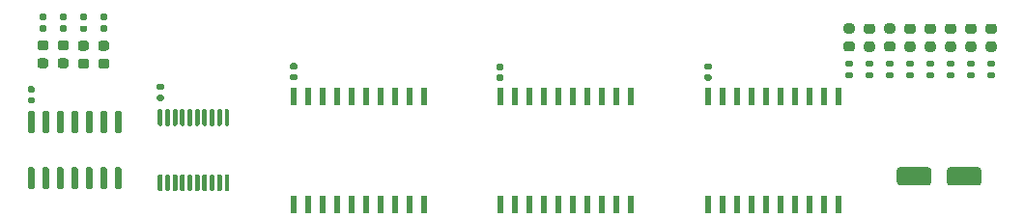
<source format=gbr>
%TF.GenerationSoftware,KiCad,Pcbnew,(5.1.10-1-10_14)*%
%TF.CreationDate,2021-09-10T00:22:32-04:00*%
%TF.ProjectId,smd-register-array,736d642d-7265-4676-9973-7465722d6172,rev?*%
%TF.SameCoordinates,Original*%
%TF.FileFunction,Paste,Top*%
%TF.FilePolarity,Positive*%
%FSLAX46Y46*%
G04 Gerber Fmt 4.6, Leading zero omitted, Abs format (unit mm)*
G04 Created by KiCad (PCBNEW (5.1.10-1-10_14)) date 2021-09-10 00:22:32*
%MOMM*%
%LPD*%
G01*
G04 APERTURE LIST*
%ADD10R,0.600000X1.500000*%
G04 APERTURE END LIST*
%TO.C,C6*%
G36*
G01*
X122282000Y-75958000D02*
X121942000Y-75958000D01*
G75*
G02*
X121802000Y-75818000I0J140000D01*
G01*
X121802000Y-75538000D01*
G75*
G02*
X121942000Y-75398000I140000J0D01*
G01*
X122282000Y-75398000D01*
G75*
G02*
X122422000Y-75538000I0J-140000D01*
G01*
X122422000Y-75818000D01*
G75*
G02*
X122282000Y-75958000I-140000J0D01*
G01*
G37*
G36*
G01*
X122282000Y-76918000D02*
X121942000Y-76918000D01*
G75*
G02*
X121802000Y-76778000I0J140000D01*
G01*
X121802000Y-76498000D01*
G75*
G02*
X121942000Y-76358000I140000J0D01*
G01*
X122282000Y-76358000D01*
G75*
G02*
X122422000Y-76498000I0J-140000D01*
G01*
X122422000Y-76778000D01*
G75*
G02*
X122282000Y-76918000I-140000J0D01*
G01*
G37*
%TD*%
D10*
%TO.C,U5*%
X181421000Y-76262000D03*
X182691000Y-76262000D03*
X183961000Y-76262000D03*
X185231000Y-76262000D03*
X186501000Y-76262000D03*
X187771000Y-76262000D03*
X189041000Y-76262000D03*
X190311000Y-76262000D03*
X191581000Y-76262000D03*
X192851000Y-76262000D03*
X192851000Y-85762000D03*
X191581000Y-85762000D03*
X190311000Y-85762000D03*
X189041000Y-85762000D03*
X181421000Y-85762000D03*
X182691000Y-85762000D03*
X183961000Y-85762000D03*
X185231000Y-85762000D03*
X186501000Y-85762000D03*
X187771000Y-85762000D03*
%TD*%
%TO.C,U4*%
X163190600Y-76262000D03*
X164460600Y-76262000D03*
X165730600Y-76262000D03*
X167000600Y-76262000D03*
X168270600Y-76262000D03*
X169540600Y-76262000D03*
X170810600Y-76262000D03*
X172080600Y-76262000D03*
X173350600Y-76262000D03*
X174620600Y-76262000D03*
X174620600Y-85762000D03*
X173350600Y-85762000D03*
X172080600Y-85762000D03*
X170810600Y-85762000D03*
X163190600Y-85762000D03*
X164460600Y-85762000D03*
X165730600Y-85762000D03*
X167000600Y-85762000D03*
X168270600Y-85762000D03*
X169540600Y-85762000D03*
%TD*%
%TO.C,U3*%
X145099000Y-76262000D03*
X146369000Y-76262000D03*
X147639000Y-76262000D03*
X148909000Y-76262000D03*
X150179000Y-76262000D03*
X151449000Y-76262000D03*
X152719000Y-76262000D03*
X153989000Y-76262000D03*
X155259000Y-76262000D03*
X156529000Y-76262000D03*
X156529000Y-85762000D03*
X155259000Y-85762000D03*
X153989000Y-85762000D03*
X152719000Y-85762000D03*
X145099000Y-85762000D03*
X146369000Y-85762000D03*
X147639000Y-85762000D03*
X148909000Y-85762000D03*
X150179000Y-85762000D03*
X151449000Y-85762000D03*
%TD*%
%TO.C,U2*%
G36*
G01*
X133511000Y-78887000D02*
X133311000Y-78887000D01*
G75*
G02*
X133211000Y-78787000I0J100000D01*
G01*
X133211000Y-77512000D01*
G75*
G02*
X133311000Y-77412000I100000J0D01*
G01*
X133511000Y-77412000D01*
G75*
G02*
X133611000Y-77512000I0J-100000D01*
G01*
X133611000Y-78787000D01*
G75*
G02*
X133511000Y-78887000I-100000J0D01*
G01*
G37*
G36*
G01*
X134161000Y-78887000D02*
X133961000Y-78887000D01*
G75*
G02*
X133861000Y-78787000I0J100000D01*
G01*
X133861000Y-77512000D01*
G75*
G02*
X133961000Y-77412000I100000J0D01*
G01*
X134161000Y-77412000D01*
G75*
G02*
X134261000Y-77512000I0J-100000D01*
G01*
X134261000Y-78787000D01*
G75*
G02*
X134161000Y-78887000I-100000J0D01*
G01*
G37*
G36*
G01*
X134811000Y-78887000D02*
X134611000Y-78887000D01*
G75*
G02*
X134511000Y-78787000I0J100000D01*
G01*
X134511000Y-77512000D01*
G75*
G02*
X134611000Y-77412000I100000J0D01*
G01*
X134811000Y-77412000D01*
G75*
G02*
X134911000Y-77512000I0J-100000D01*
G01*
X134911000Y-78787000D01*
G75*
G02*
X134811000Y-78887000I-100000J0D01*
G01*
G37*
G36*
G01*
X135461000Y-78887000D02*
X135261000Y-78887000D01*
G75*
G02*
X135161000Y-78787000I0J100000D01*
G01*
X135161000Y-77512000D01*
G75*
G02*
X135261000Y-77412000I100000J0D01*
G01*
X135461000Y-77412000D01*
G75*
G02*
X135561000Y-77512000I0J-100000D01*
G01*
X135561000Y-78787000D01*
G75*
G02*
X135461000Y-78887000I-100000J0D01*
G01*
G37*
G36*
G01*
X136111000Y-78887000D02*
X135911000Y-78887000D01*
G75*
G02*
X135811000Y-78787000I0J100000D01*
G01*
X135811000Y-77512000D01*
G75*
G02*
X135911000Y-77412000I100000J0D01*
G01*
X136111000Y-77412000D01*
G75*
G02*
X136211000Y-77512000I0J-100000D01*
G01*
X136211000Y-78787000D01*
G75*
G02*
X136111000Y-78887000I-100000J0D01*
G01*
G37*
G36*
G01*
X136761000Y-78887000D02*
X136561000Y-78887000D01*
G75*
G02*
X136461000Y-78787000I0J100000D01*
G01*
X136461000Y-77512000D01*
G75*
G02*
X136561000Y-77412000I100000J0D01*
G01*
X136761000Y-77412000D01*
G75*
G02*
X136861000Y-77512000I0J-100000D01*
G01*
X136861000Y-78787000D01*
G75*
G02*
X136761000Y-78887000I-100000J0D01*
G01*
G37*
G36*
G01*
X137411000Y-78887000D02*
X137211000Y-78887000D01*
G75*
G02*
X137111000Y-78787000I0J100000D01*
G01*
X137111000Y-77512000D01*
G75*
G02*
X137211000Y-77412000I100000J0D01*
G01*
X137411000Y-77412000D01*
G75*
G02*
X137511000Y-77512000I0J-100000D01*
G01*
X137511000Y-78787000D01*
G75*
G02*
X137411000Y-78887000I-100000J0D01*
G01*
G37*
G36*
G01*
X138061000Y-78887000D02*
X137861000Y-78887000D01*
G75*
G02*
X137761000Y-78787000I0J100000D01*
G01*
X137761000Y-77512000D01*
G75*
G02*
X137861000Y-77412000I100000J0D01*
G01*
X138061000Y-77412000D01*
G75*
G02*
X138161000Y-77512000I0J-100000D01*
G01*
X138161000Y-78787000D01*
G75*
G02*
X138061000Y-78887000I-100000J0D01*
G01*
G37*
G36*
G01*
X138711000Y-78887000D02*
X138511000Y-78887000D01*
G75*
G02*
X138411000Y-78787000I0J100000D01*
G01*
X138411000Y-77512000D01*
G75*
G02*
X138511000Y-77412000I100000J0D01*
G01*
X138711000Y-77412000D01*
G75*
G02*
X138811000Y-77512000I0J-100000D01*
G01*
X138811000Y-78787000D01*
G75*
G02*
X138711000Y-78887000I-100000J0D01*
G01*
G37*
G36*
G01*
X139361000Y-78887000D02*
X139161000Y-78887000D01*
G75*
G02*
X139061000Y-78787000I0J100000D01*
G01*
X139061000Y-77512000D01*
G75*
G02*
X139161000Y-77412000I100000J0D01*
G01*
X139361000Y-77412000D01*
G75*
G02*
X139461000Y-77512000I0J-100000D01*
G01*
X139461000Y-78787000D01*
G75*
G02*
X139361000Y-78887000I-100000J0D01*
G01*
G37*
G36*
G01*
X139361000Y-84612000D02*
X139161000Y-84612000D01*
G75*
G02*
X139061000Y-84512000I0J100000D01*
G01*
X139061000Y-83237000D01*
G75*
G02*
X139161000Y-83137000I100000J0D01*
G01*
X139361000Y-83137000D01*
G75*
G02*
X139461000Y-83237000I0J-100000D01*
G01*
X139461000Y-84512000D01*
G75*
G02*
X139361000Y-84612000I-100000J0D01*
G01*
G37*
G36*
G01*
X138711000Y-84612000D02*
X138511000Y-84612000D01*
G75*
G02*
X138411000Y-84512000I0J100000D01*
G01*
X138411000Y-83237000D01*
G75*
G02*
X138511000Y-83137000I100000J0D01*
G01*
X138711000Y-83137000D01*
G75*
G02*
X138811000Y-83237000I0J-100000D01*
G01*
X138811000Y-84512000D01*
G75*
G02*
X138711000Y-84612000I-100000J0D01*
G01*
G37*
G36*
G01*
X138061000Y-84612000D02*
X137861000Y-84612000D01*
G75*
G02*
X137761000Y-84512000I0J100000D01*
G01*
X137761000Y-83237000D01*
G75*
G02*
X137861000Y-83137000I100000J0D01*
G01*
X138061000Y-83137000D01*
G75*
G02*
X138161000Y-83237000I0J-100000D01*
G01*
X138161000Y-84512000D01*
G75*
G02*
X138061000Y-84612000I-100000J0D01*
G01*
G37*
G36*
G01*
X137411000Y-84612000D02*
X137211000Y-84612000D01*
G75*
G02*
X137111000Y-84512000I0J100000D01*
G01*
X137111000Y-83237000D01*
G75*
G02*
X137211000Y-83137000I100000J0D01*
G01*
X137411000Y-83137000D01*
G75*
G02*
X137511000Y-83237000I0J-100000D01*
G01*
X137511000Y-84512000D01*
G75*
G02*
X137411000Y-84612000I-100000J0D01*
G01*
G37*
G36*
G01*
X136761000Y-84612000D02*
X136561000Y-84612000D01*
G75*
G02*
X136461000Y-84512000I0J100000D01*
G01*
X136461000Y-83237000D01*
G75*
G02*
X136561000Y-83137000I100000J0D01*
G01*
X136761000Y-83137000D01*
G75*
G02*
X136861000Y-83237000I0J-100000D01*
G01*
X136861000Y-84512000D01*
G75*
G02*
X136761000Y-84612000I-100000J0D01*
G01*
G37*
G36*
G01*
X136111000Y-84612000D02*
X135911000Y-84612000D01*
G75*
G02*
X135811000Y-84512000I0J100000D01*
G01*
X135811000Y-83237000D01*
G75*
G02*
X135911000Y-83137000I100000J0D01*
G01*
X136111000Y-83137000D01*
G75*
G02*
X136211000Y-83237000I0J-100000D01*
G01*
X136211000Y-84512000D01*
G75*
G02*
X136111000Y-84612000I-100000J0D01*
G01*
G37*
G36*
G01*
X135461000Y-84612000D02*
X135261000Y-84612000D01*
G75*
G02*
X135161000Y-84512000I0J100000D01*
G01*
X135161000Y-83237000D01*
G75*
G02*
X135261000Y-83137000I100000J0D01*
G01*
X135461000Y-83137000D01*
G75*
G02*
X135561000Y-83237000I0J-100000D01*
G01*
X135561000Y-84512000D01*
G75*
G02*
X135461000Y-84612000I-100000J0D01*
G01*
G37*
G36*
G01*
X134811000Y-84612000D02*
X134611000Y-84612000D01*
G75*
G02*
X134511000Y-84512000I0J100000D01*
G01*
X134511000Y-83237000D01*
G75*
G02*
X134611000Y-83137000I100000J0D01*
G01*
X134811000Y-83137000D01*
G75*
G02*
X134911000Y-83237000I0J-100000D01*
G01*
X134911000Y-84512000D01*
G75*
G02*
X134811000Y-84612000I-100000J0D01*
G01*
G37*
G36*
G01*
X134161000Y-84612000D02*
X133961000Y-84612000D01*
G75*
G02*
X133861000Y-84512000I0J100000D01*
G01*
X133861000Y-83237000D01*
G75*
G02*
X133961000Y-83137000I100000J0D01*
G01*
X134161000Y-83137000D01*
G75*
G02*
X134261000Y-83237000I0J-100000D01*
G01*
X134261000Y-84512000D01*
G75*
G02*
X134161000Y-84612000I-100000J0D01*
G01*
G37*
G36*
G01*
X133511000Y-84612000D02*
X133311000Y-84612000D01*
G75*
G02*
X133211000Y-84512000I0J100000D01*
G01*
X133211000Y-83237000D01*
G75*
G02*
X133311000Y-83137000I100000J0D01*
G01*
X133511000Y-83137000D01*
G75*
G02*
X133611000Y-83237000I0J-100000D01*
G01*
X133611000Y-84512000D01*
G75*
G02*
X133511000Y-84612000I-100000J0D01*
G01*
G37*
%TD*%
%TO.C,U1*%
G36*
G01*
X122262000Y-79512000D02*
X121962000Y-79512000D01*
G75*
G02*
X121812000Y-79362000I0J150000D01*
G01*
X121812000Y-77712000D01*
G75*
G02*
X121962000Y-77562000I150000J0D01*
G01*
X122262000Y-77562000D01*
G75*
G02*
X122412000Y-77712000I0J-150000D01*
G01*
X122412000Y-79362000D01*
G75*
G02*
X122262000Y-79512000I-150000J0D01*
G01*
G37*
G36*
G01*
X123532000Y-79512000D02*
X123232000Y-79512000D01*
G75*
G02*
X123082000Y-79362000I0J150000D01*
G01*
X123082000Y-77712000D01*
G75*
G02*
X123232000Y-77562000I150000J0D01*
G01*
X123532000Y-77562000D01*
G75*
G02*
X123682000Y-77712000I0J-150000D01*
G01*
X123682000Y-79362000D01*
G75*
G02*
X123532000Y-79512000I-150000J0D01*
G01*
G37*
G36*
G01*
X124802000Y-79512000D02*
X124502000Y-79512000D01*
G75*
G02*
X124352000Y-79362000I0J150000D01*
G01*
X124352000Y-77712000D01*
G75*
G02*
X124502000Y-77562000I150000J0D01*
G01*
X124802000Y-77562000D01*
G75*
G02*
X124952000Y-77712000I0J-150000D01*
G01*
X124952000Y-79362000D01*
G75*
G02*
X124802000Y-79512000I-150000J0D01*
G01*
G37*
G36*
G01*
X126072000Y-79512000D02*
X125772000Y-79512000D01*
G75*
G02*
X125622000Y-79362000I0J150000D01*
G01*
X125622000Y-77712000D01*
G75*
G02*
X125772000Y-77562000I150000J0D01*
G01*
X126072000Y-77562000D01*
G75*
G02*
X126222000Y-77712000I0J-150000D01*
G01*
X126222000Y-79362000D01*
G75*
G02*
X126072000Y-79512000I-150000J0D01*
G01*
G37*
G36*
G01*
X127342000Y-79512000D02*
X127042000Y-79512000D01*
G75*
G02*
X126892000Y-79362000I0J150000D01*
G01*
X126892000Y-77712000D01*
G75*
G02*
X127042000Y-77562000I150000J0D01*
G01*
X127342000Y-77562000D01*
G75*
G02*
X127492000Y-77712000I0J-150000D01*
G01*
X127492000Y-79362000D01*
G75*
G02*
X127342000Y-79512000I-150000J0D01*
G01*
G37*
G36*
G01*
X128612000Y-79512000D02*
X128312000Y-79512000D01*
G75*
G02*
X128162000Y-79362000I0J150000D01*
G01*
X128162000Y-77712000D01*
G75*
G02*
X128312000Y-77562000I150000J0D01*
G01*
X128612000Y-77562000D01*
G75*
G02*
X128762000Y-77712000I0J-150000D01*
G01*
X128762000Y-79362000D01*
G75*
G02*
X128612000Y-79512000I-150000J0D01*
G01*
G37*
G36*
G01*
X129882000Y-79512000D02*
X129582000Y-79512000D01*
G75*
G02*
X129432000Y-79362000I0J150000D01*
G01*
X129432000Y-77712000D01*
G75*
G02*
X129582000Y-77562000I150000J0D01*
G01*
X129882000Y-77562000D01*
G75*
G02*
X130032000Y-77712000I0J-150000D01*
G01*
X130032000Y-79362000D01*
G75*
G02*
X129882000Y-79512000I-150000J0D01*
G01*
G37*
G36*
G01*
X129882000Y-84462000D02*
X129582000Y-84462000D01*
G75*
G02*
X129432000Y-84312000I0J150000D01*
G01*
X129432000Y-82662000D01*
G75*
G02*
X129582000Y-82512000I150000J0D01*
G01*
X129882000Y-82512000D01*
G75*
G02*
X130032000Y-82662000I0J-150000D01*
G01*
X130032000Y-84312000D01*
G75*
G02*
X129882000Y-84462000I-150000J0D01*
G01*
G37*
G36*
G01*
X128612000Y-84462000D02*
X128312000Y-84462000D01*
G75*
G02*
X128162000Y-84312000I0J150000D01*
G01*
X128162000Y-82662000D01*
G75*
G02*
X128312000Y-82512000I150000J0D01*
G01*
X128612000Y-82512000D01*
G75*
G02*
X128762000Y-82662000I0J-150000D01*
G01*
X128762000Y-84312000D01*
G75*
G02*
X128612000Y-84462000I-150000J0D01*
G01*
G37*
G36*
G01*
X127342000Y-84462000D02*
X127042000Y-84462000D01*
G75*
G02*
X126892000Y-84312000I0J150000D01*
G01*
X126892000Y-82662000D01*
G75*
G02*
X127042000Y-82512000I150000J0D01*
G01*
X127342000Y-82512000D01*
G75*
G02*
X127492000Y-82662000I0J-150000D01*
G01*
X127492000Y-84312000D01*
G75*
G02*
X127342000Y-84462000I-150000J0D01*
G01*
G37*
G36*
G01*
X126072000Y-84462000D02*
X125772000Y-84462000D01*
G75*
G02*
X125622000Y-84312000I0J150000D01*
G01*
X125622000Y-82662000D01*
G75*
G02*
X125772000Y-82512000I150000J0D01*
G01*
X126072000Y-82512000D01*
G75*
G02*
X126222000Y-82662000I0J-150000D01*
G01*
X126222000Y-84312000D01*
G75*
G02*
X126072000Y-84462000I-150000J0D01*
G01*
G37*
G36*
G01*
X124802000Y-84462000D02*
X124502000Y-84462000D01*
G75*
G02*
X124352000Y-84312000I0J150000D01*
G01*
X124352000Y-82662000D01*
G75*
G02*
X124502000Y-82512000I150000J0D01*
G01*
X124802000Y-82512000D01*
G75*
G02*
X124952000Y-82662000I0J-150000D01*
G01*
X124952000Y-84312000D01*
G75*
G02*
X124802000Y-84462000I-150000J0D01*
G01*
G37*
G36*
G01*
X123532000Y-84462000D02*
X123232000Y-84462000D01*
G75*
G02*
X123082000Y-84312000I0J150000D01*
G01*
X123082000Y-82662000D01*
G75*
G02*
X123232000Y-82512000I150000J0D01*
G01*
X123532000Y-82512000D01*
G75*
G02*
X123682000Y-82662000I0J-150000D01*
G01*
X123682000Y-84312000D01*
G75*
G02*
X123532000Y-84462000I-150000J0D01*
G01*
G37*
G36*
G01*
X122262000Y-84462000D02*
X121962000Y-84462000D01*
G75*
G02*
X121812000Y-84312000I0J150000D01*
G01*
X121812000Y-82662000D01*
G75*
G02*
X121962000Y-82512000I150000J0D01*
G01*
X122262000Y-82512000D01*
G75*
G02*
X122412000Y-82662000I0J-150000D01*
G01*
X122412000Y-84312000D01*
G75*
G02*
X122262000Y-84462000I-150000J0D01*
G01*
G37*
%TD*%
%TO.C,R12*%
G36*
G01*
X123313000Y-69594000D02*
X122943000Y-69594000D01*
G75*
G02*
X122808000Y-69459000I0J135000D01*
G01*
X122808000Y-69189000D01*
G75*
G02*
X122943000Y-69054000I135000J0D01*
G01*
X123313000Y-69054000D01*
G75*
G02*
X123448000Y-69189000I0J-135000D01*
G01*
X123448000Y-69459000D01*
G75*
G02*
X123313000Y-69594000I-135000J0D01*
G01*
G37*
G36*
G01*
X123313000Y-70614000D02*
X122943000Y-70614000D01*
G75*
G02*
X122808000Y-70479000I0J135000D01*
G01*
X122808000Y-70209000D01*
G75*
G02*
X122943000Y-70074000I135000J0D01*
G01*
X123313000Y-70074000D01*
G75*
G02*
X123448000Y-70209000I0J-135000D01*
G01*
X123448000Y-70479000D01*
G75*
G02*
X123313000Y-70614000I-135000J0D01*
G01*
G37*
%TD*%
%TO.C,R11*%
G36*
G01*
X125091000Y-69594000D02*
X124721000Y-69594000D01*
G75*
G02*
X124586000Y-69459000I0J135000D01*
G01*
X124586000Y-69189000D01*
G75*
G02*
X124721000Y-69054000I135000J0D01*
G01*
X125091000Y-69054000D01*
G75*
G02*
X125226000Y-69189000I0J-135000D01*
G01*
X125226000Y-69459000D01*
G75*
G02*
X125091000Y-69594000I-135000J0D01*
G01*
G37*
G36*
G01*
X125091000Y-70614000D02*
X124721000Y-70614000D01*
G75*
G02*
X124586000Y-70479000I0J135000D01*
G01*
X124586000Y-70209000D01*
G75*
G02*
X124721000Y-70074000I135000J0D01*
G01*
X125091000Y-70074000D01*
G75*
G02*
X125226000Y-70209000I0J-135000D01*
G01*
X125226000Y-70479000D01*
G75*
G02*
X125091000Y-70614000I-135000J0D01*
G01*
G37*
%TD*%
%TO.C,R10*%
G36*
G01*
X126869000Y-69598000D02*
X126499000Y-69598000D01*
G75*
G02*
X126364000Y-69463000I0J135000D01*
G01*
X126364000Y-69193000D01*
G75*
G02*
X126499000Y-69058000I135000J0D01*
G01*
X126869000Y-69058000D01*
G75*
G02*
X127004000Y-69193000I0J-135000D01*
G01*
X127004000Y-69463000D01*
G75*
G02*
X126869000Y-69598000I-135000J0D01*
G01*
G37*
G36*
G01*
X126869000Y-70618000D02*
X126499000Y-70618000D01*
G75*
G02*
X126364000Y-70483000I0J135000D01*
G01*
X126364000Y-70213000D01*
G75*
G02*
X126499000Y-70078000I135000J0D01*
G01*
X126869000Y-70078000D01*
G75*
G02*
X127004000Y-70213000I0J-135000D01*
G01*
X127004000Y-70483000D01*
G75*
G02*
X126869000Y-70618000I-135000J0D01*
G01*
G37*
%TD*%
%TO.C,R9*%
G36*
G01*
X128647000Y-69596000D02*
X128277000Y-69596000D01*
G75*
G02*
X128142000Y-69461000I0J135000D01*
G01*
X128142000Y-69191000D01*
G75*
G02*
X128277000Y-69056000I135000J0D01*
G01*
X128647000Y-69056000D01*
G75*
G02*
X128782000Y-69191000I0J-135000D01*
G01*
X128782000Y-69461000D01*
G75*
G02*
X128647000Y-69596000I-135000J0D01*
G01*
G37*
G36*
G01*
X128647000Y-70616000D02*
X128277000Y-70616000D01*
G75*
G02*
X128142000Y-70481000I0J135000D01*
G01*
X128142000Y-70211000D01*
G75*
G02*
X128277000Y-70076000I135000J0D01*
G01*
X128647000Y-70076000D01*
G75*
G02*
X128782000Y-70211000I0J-135000D01*
G01*
X128782000Y-70481000D01*
G75*
G02*
X128647000Y-70616000I-135000J0D01*
G01*
G37*
%TD*%
%TO.C,R8*%
G36*
G01*
X193611000Y-74154000D02*
X193981000Y-74154000D01*
G75*
G02*
X194116000Y-74289000I0J-135000D01*
G01*
X194116000Y-74559000D01*
G75*
G02*
X193981000Y-74694000I-135000J0D01*
G01*
X193611000Y-74694000D01*
G75*
G02*
X193476000Y-74559000I0J135000D01*
G01*
X193476000Y-74289000D01*
G75*
G02*
X193611000Y-74154000I135000J0D01*
G01*
G37*
G36*
G01*
X193611000Y-73134000D02*
X193981000Y-73134000D01*
G75*
G02*
X194116000Y-73269000I0J-135000D01*
G01*
X194116000Y-73539000D01*
G75*
G02*
X193981000Y-73674000I-135000J0D01*
G01*
X193611000Y-73674000D01*
G75*
G02*
X193476000Y-73539000I0J135000D01*
G01*
X193476000Y-73269000D01*
G75*
G02*
X193611000Y-73134000I135000J0D01*
G01*
G37*
%TD*%
%TO.C,R7*%
G36*
G01*
X195389000Y-74154000D02*
X195759000Y-74154000D01*
G75*
G02*
X195894000Y-74289000I0J-135000D01*
G01*
X195894000Y-74559000D01*
G75*
G02*
X195759000Y-74694000I-135000J0D01*
G01*
X195389000Y-74694000D01*
G75*
G02*
X195254000Y-74559000I0J135000D01*
G01*
X195254000Y-74289000D01*
G75*
G02*
X195389000Y-74154000I135000J0D01*
G01*
G37*
G36*
G01*
X195389000Y-73134000D02*
X195759000Y-73134000D01*
G75*
G02*
X195894000Y-73269000I0J-135000D01*
G01*
X195894000Y-73539000D01*
G75*
G02*
X195759000Y-73674000I-135000J0D01*
G01*
X195389000Y-73674000D01*
G75*
G02*
X195254000Y-73539000I0J135000D01*
G01*
X195254000Y-73269000D01*
G75*
G02*
X195389000Y-73134000I135000J0D01*
G01*
G37*
%TD*%
%TO.C,R6*%
G36*
G01*
X197167000Y-74154000D02*
X197537000Y-74154000D01*
G75*
G02*
X197672000Y-74289000I0J-135000D01*
G01*
X197672000Y-74559000D01*
G75*
G02*
X197537000Y-74694000I-135000J0D01*
G01*
X197167000Y-74694000D01*
G75*
G02*
X197032000Y-74559000I0J135000D01*
G01*
X197032000Y-74289000D01*
G75*
G02*
X197167000Y-74154000I135000J0D01*
G01*
G37*
G36*
G01*
X197167000Y-73134000D02*
X197537000Y-73134000D01*
G75*
G02*
X197672000Y-73269000I0J-135000D01*
G01*
X197672000Y-73539000D01*
G75*
G02*
X197537000Y-73674000I-135000J0D01*
G01*
X197167000Y-73674000D01*
G75*
G02*
X197032000Y-73539000I0J135000D01*
G01*
X197032000Y-73269000D01*
G75*
G02*
X197167000Y-73134000I135000J0D01*
G01*
G37*
%TD*%
%TO.C,R5*%
G36*
G01*
X198945000Y-74152000D02*
X199315000Y-74152000D01*
G75*
G02*
X199450000Y-74287000I0J-135000D01*
G01*
X199450000Y-74557000D01*
G75*
G02*
X199315000Y-74692000I-135000J0D01*
G01*
X198945000Y-74692000D01*
G75*
G02*
X198810000Y-74557000I0J135000D01*
G01*
X198810000Y-74287000D01*
G75*
G02*
X198945000Y-74152000I135000J0D01*
G01*
G37*
G36*
G01*
X198945000Y-73132000D02*
X199315000Y-73132000D01*
G75*
G02*
X199450000Y-73267000I0J-135000D01*
G01*
X199450000Y-73537000D01*
G75*
G02*
X199315000Y-73672000I-135000J0D01*
G01*
X198945000Y-73672000D01*
G75*
G02*
X198810000Y-73537000I0J135000D01*
G01*
X198810000Y-73267000D01*
G75*
G02*
X198945000Y-73132000I135000J0D01*
G01*
G37*
%TD*%
%TO.C,R4*%
G36*
G01*
X200723000Y-74156000D02*
X201093000Y-74156000D01*
G75*
G02*
X201228000Y-74291000I0J-135000D01*
G01*
X201228000Y-74561000D01*
G75*
G02*
X201093000Y-74696000I-135000J0D01*
G01*
X200723000Y-74696000D01*
G75*
G02*
X200588000Y-74561000I0J135000D01*
G01*
X200588000Y-74291000D01*
G75*
G02*
X200723000Y-74156000I135000J0D01*
G01*
G37*
G36*
G01*
X200723000Y-73136000D02*
X201093000Y-73136000D01*
G75*
G02*
X201228000Y-73271000I0J-135000D01*
G01*
X201228000Y-73541000D01*
G75*
G02*
X201093000Y-73676000I-135000J0D01*
G01*
X200723000Y-73676000D01*
G75*
G02*
X200588000Y-73541000I0J135000D01*
G01*
X200588000Y-73271000D01*
G75*
G02*
X200723000Y-73136000I135000J0D01*
G01*
G37*
%TD*%
%TO.C,R3*%
G36*
G01*
X202501000Y-74154000D02*
X202871000Y-74154000D01*
G75*
G02*
X203006000Y-74289000I0J-135000D01*
G01*
X203006000Y-74559000D01*
G75*
G02*
X202871000Y-74694000I-135000J0D01*
G01*
X202501000Y-74694000D01*
G75*
G02*
X202366000Y-74559000I0J135000D01*
G01*
X202366000Y-74289000D01*
G75*
G02*
X202501000Y-74154000I135000J0D01*
G01*
G37*
G36*
G01*
X202501000Y-73134000D02*
X202871000Y-73134000D01*
G75*
G02*
X203006000Y-73269000I0J-135000D01*
G01*
X203006000Y-73539000D01*
G75*
G02*
X202871000Y-73674000I-135000J0D01*
G01*
X202501000Y-73674000D01*
G75*
G02*
X202366000Y-73539000I0J135000D01*
G01*
X202366000Y-73269000D01*
G75*
G02*
X202501000Y-73134000I135000J0D01*
G01*
G37*
%TD*%
%TO.C,R2*%
G36*
G01*
X204279000Y-74154000D02*
X204649000Y-74154000D01*
G75*
G02*
X204784000Y-74289000I0J-135000D01*
G01*
X204784000Y-74559000D01*
G75*
G02*
X204649000Y-74694000I-135000J0D01*
G01*
X204279000Y-74694000D01*
G75*
G02*
X204144000Y-74559000I0J135000D01*
G01*
X204144000Y-74289000D01*
G75*
G02*
X204279000Y-74154000I135000J0D01*
G01*
G37*
G36*
G01*
X204279000Y-73134000D02*
X204649000Y-73134000D01*
G75*
G02*
X204784000Y-73269000I0J-135000D01*
G01*
X204784000Y-73539000D01*
G75*
G02*
X204649000Y-73674000I-135000J0D01*
G01*
X204279000Y-73674000D01*
G75*
G02*
X204144000Y-73539000I0J135000D01*
G01*
X204144000Y-73269000D01*
G75*
G02*
X204279000Y-73134000I135000J0D01*
G01*
G37*
%TD*%
%TO.C,R1*%
G36*
G01*
X206057000Y-74154000D02*
X206427000Y-74154000D01*
G75*
G02*
X206562000Y-74289000I0J-135000D01*
G01*
X206562000Y-74559000D01*
G75*
G02*
X206427000Y-74694000I-135000J0D01*
G01*
X206057000Y-74694000D01*
G75*
G02*
X205922000Y-74559000I0J135000D01*
G01*
X205922000Y-74289000D01*
G75*
G02*
X206057000Y-74154000I135000J0D01*
G01*
G37*
G36*
G01*
X206057000Y-73134000D02*
X206427000Y-73134000D01*
G75*
G02*
X206562000Y-73269000I0J-135000D01*
G01*
X206562000Y-73539000D01*
G75*
G02*
X206427000Y-73674000I-135000J0D01*
G01*
X206057000Y-73674000D01*
G75*
G02*
X205922000Y-73539000I0J135000D01*
G01*
X205922000Y-73269000D01*
G75*
G02*
X206057000Y-73134000I135000J0D01*
G01*
G37*
%TD*%
%TO.C,D12*%
G36*
G01*
X122871750Y-72954500D02*
X123384250Y-72954500D01*
G75*
G02*
X123603000Y-73173250I0J-218750D01*
G01*
X123603000Y-73610750D01*
G75*
G02*
X123384250Y-73829500I-218750J0D01*
G01*
X122871750Y-73829500D01*
G75*
G02*
X122653000Y-73610750I0J218750D01*
G01*
X122653000Y-73173250D01*
G75*
G02*
X122871750Y-72954500I218750J0D01*
G01*
G37*
G36*
G01*
X122871750Y-71379500D02*
X123384250Y-71379500D01*
G75*
G02*
X123603000Y-71598250I0J-218750D01*
G01*
X123603000Y-72035750D01*
G75*
G02*
X123384250Y-72254500I-218750J0D01*
G01*
X122871750Y-72254500D01*
G75*
G02*
X122653000Y-72035750I0J218750D01*
G01*
X122653000Y-71598250D01*
G75*
G02*
X122871750Y-71379500I218750J0D01*
G01*
G37*
%TD*%
%TO.C,D11*%
G36*
G01*
X124649750Y-72954500D02*
X125162250Y-72954500D01*
G75*
G02*
X125381000Y-73173250I0J-218750D01*
G01*
X125381000Y-73610750D01*
G75*
G02*
X125162250Y-73829500I-218750J0D01*
G01*
X124649750Y-73829500D01*
G75*
G02*
X124431000Y-73610750I0J218750D01*
G01*
X124431000Y-73173250D01*
G75*
G02*
X124649750Y-72954500I218750J0D01*
G01*
G37*
G36*
G01*
X124649750Y-71379500D02*
X125162250Y-71379500D01*
G75*
G02*
X125381000Y-71598250I0J-218750D01*
G01*
X125381000Y-72035750D01*
G75*
G02*
X125162250Y-72254500I-218750J0D01*
G01*
X124649750Y-72254500D01*
G75*
G02*
X124431000Y-72035750I0J218750D01*
G01*
X124431000Y-71598250D01*
G75*
G02*
X124649750Y-71379500I218750J0D01*
G01*
G37*
%TD*%
%TO.C,D10*%
G36*
G01*
X126427750Y-72980000D02*
X126940250Y-72980000D01*
G75*
G02*
X127159000Y-73198750I0J-218750D01*
G01*
X127159000Y-73636250D01*
G75*
G02*
X126940250Y-73855000I-218750J0D01*
G01*
X126427750Y-73855000D01*
G75*
G02*
X126209000Y-73636250I0J218750D01*
G01*
X126209000Y-73198750D01*
G75*
G02*
X126427750Y-72980000I218750J0D01*
G01*
G37*
G36*
G01*
X126427750Y-71405000D02*
X126940250Y-71405000D01*
G75*
G02*
X127159000Y-71623750I0J-218750D01*
G01*
X127159000Y-72061250D01*
G75*
G02*
X126940250Y-72280000I-218750J0D01*
G01*
X126427750Y-72280000D01*
G75*
G02*
X126209000Y-72061250I0J218750D01*
G01*
X126209000Y-71623750D01*
G75*
G02*
X126427750Y-71405000I218750J0D01*
G01*
G37*
%TD*%
%TO.C,D9*%
G36*
G01*
X128205750Y-72980000D02*
X128718250Y-72980000D01*
G75*
G02*
X128937000Y-73198750I0J-218750D01*
G01*
X128937000Y-73636250D01*
G75*
G02*
X128718250Y-73855000I-218750J0D01*
G01*
X128205750Y-73855000D01*
G75*
G02*
X127987000Y-73636250I0J218750D01*
G01*
X127987000Y-73198750D01*
G75*
G02*
X128205750Y-72980000I218750J0D01*
G01*
G37*
G36*
G01*
X128205750Y-71405000D02*
X128718250Y-71405000D01*
G75*
G02*
X128937000Y-71623750I0J-218750D01*
G01*
X128937000Y-72061250D01*
G75*
G02*
X128718250Y-72280000I-218750J0D01*
G01*
X128205750Y-72280000D01*
G75*
G02*
X127987000Y-72061250I0J218750D01*
G01*
X127987000Y-71623750D01*
G75*
G02*
X128205750Y-71405000I218750J0D01*
G01*
G37*
%TD*%
%TO.C,D8*%
G36*
G01*
X194052250Y-70770000D02*
X193539750Y-70770000D01*
G75*
G02*
X193321000Y-70551250I0J218750D01*
G01*
X193321000Y-70113750D01*
G75*
G02*
X193539750Y-69895000I218750J0D01*
G01*
X194052250Y-69895000D01*
G75*
G02*
X194271000Y-70113750I0J-218750D01*
G01*
X194271000Y-70551250D01*
G75*
G02*
X194052250Y-70770000I-218750J0D01*
G01*
G37*
G36*
G01*
X194052250Y-72345000D02*
X193539750Y-72345000D01*
G75*
G02*
X193321000Y-72126250I0J218750D01*
G01*
X193321000Y-71688750D01*
G75*
G02*
X193539750Y-71470000I218750J0D01*
G01*
X194052250Y-71470000D01*
G75*
G02*
X194271000Y-71688750I0J-218750D01*
G01*
X194271000Y-72126250D01*
G75*
G02*
X194052250Y-72345000I-218750J0D01*
G01*
G37*
%TD*%
%TO.C,D7*%
G36*
G01*
X195830250Y-70795500D02*
X195317750Y-70795500D01*
G75*
G02*
X195099000Y-70576750I0J218750D01*
G01*
X195099000Y-70139250D01*
G75*
G02*
X195317750Y-69920500I218750J0D01*
G01*
X195830250Y-69920500D01*
G75*
G02*
X196049000Y-70139250I0J-218750D01*
G01*
X196049000Y-70576750D01*
G75*
G02*
X195830250Y-70795500I-218750J0D01*
G01*
G37*
G36*
G01*
X195830250Y-72370500D02*
X195317750Y-72370500D01*
G75*
G02*
X195099000Y-72151750I0J218750D01*
G01*
X195099000Y-71714250D01*
G75*
G02*
X195317750Y-71495500I218750J0D01*
G01*
X195830250Y-71495500D01*
G75*
G02*
X196049000Y-71714250I0J-218750D01*
G01*
X196049000Y-72151750D01*
G75*
G02*
X195830250Y-72370500I-218750J0D01*
G01*
G37*
%TD*%
%TO.C,D6*%
G36*
G01*
X197608250Y-70770000D02*
X197095750Y-70770000D01*
G75*
G02*
X196877000Y-70551250I0J218750D01*
G01*
X196877000Y-70113750D01*
G75*
G02*
X197095750Y-69895000I218750J0D01*
G01*
X197608250Y-69895000D01*
G75*
G02*
X197827000Y-70113750I0J-218750D01*
G01*
X197827000Y-70551250D01*
G75*
G02*
X197608250Y-70770000I-218750J0D01*
G01*
G37*
G36*
G01*
X197608250Y-72345000D02*
X197095750Y-72345000D01*
G75*
G02*
X196877000Y-72126250I0J218750D01*
G01*
X196877000Y-71688750D01*
G75*
G02*
X197095750Y-71470000I218750J0D01*
G01*
X197608250Y-71470000D01*
G75*
G02*
X197827000Y-71688750I0J-218750D01*
G01*
X197827000Y-72126250D01*
G75*
G02*
X197608250Y-72345000I-218750J0D01*
G01*
G37*
%TD*%
%TO.C,D5*%
G36*
G01*
X199386250Y-70795500D02*
X198873750Y-70795500D01*
G75*
G02*
X198655000Y-70576750I0J218750D01*
G01*
X198655000Y-70139250D01*
G75*
G02*
X198873750Y-69920500I218750J0D01*
G01*
X199386250Y-69920500D01*
G75*
G02*
X199605000Y-70139250I0J-218750D01*
G01*
X199605000Y-70576750D01*
G75*
G02*
X199386250Y-70795500I-218750J0D01*
G01*
G37*
G36*
G01*
X199386250Y-72370500D02*
X198873750Y-72370500D01*
G75*
G02*
X198655000Y-72151750I0J218750D01*
G01*
X198655000Y-71714250D01*
G75*
G02*
X198873750Y-71495500I218750J0D01*
G01*
X199386250Y-71495500D01*
G75*
G02*
X199605000Y-71714250I0J-218750D01*
G01*
X199605000Y-72151750D01*
G75*
G02*
X199386250Y-72370500I-218750J0D01*
G01*
G37*
%TD*%
%TO.C,D4*%
G36*
G01*
X201164250Y-70795500D02*
X200651750Y-70795500D01*
G75*
G02*
X200433000Y-70576750I0J218750D01*
G01*
X200433000Y-70139250D01*
G75*
G02*
X200651750Y-69920500I218750J0D01*
G01*
X201164250Y-69920500D01*
G75*
G02*
X201383000Y-70139250I0J-218750D01*
G01*
X201383000Y-70576750D01*
G75*
G02*
X201164250Y-70795500I-218750J0D01*
G01*
G37*
G36*
G01*
X201164250Y-72370500D02*
X200651750Y-72370500D01*
G75*
G02*
X200433000Y-72151750I0J218750D01*
G01*
X200433000Y-71714250D01*
G75*
G02*
X200651750Y-71495500I218750J0D01*
G01*
X201164250Y-71495500D01*
G75*
G02*
X201383000Y-71714250I0J-218750D01*
G01*
X201383000Y-72151750D01*
G75*
G02*
X201164250Y-72370500I-218750J0D01*
G01*
G37*
%TD*%
%TO.C,D3*%
G36*
G01*
X202942250Y-70795500D02*
X202429750Y-70795500D01*
G75*
G02*
X202211000Y-70576750I0J218750D01*
G01*
X202211000Y-70139250D01*
G75*
G02*
X202429750Y-69920500I218750J0D01*
G01*
X202942250Y-69920500D01*
G75*
G02*
X203161000Y-70139250I0J-218750D01*
G01*
X203161000Y-70576750D01*
G75*
G02*
X202942250Y-70795500I-218750J0D01*
G01*
G37*
G36*
G01*
X202942250Y-72370500D02*
X202429750Y-72370500D01*
G75*
G02*
X202211000Y-72151750I0J218750D01*
G01*
X202211000Y-71714250D01*
G75*
G02*
X202429750Y-71495500I218750J0D01*
G01*
X202942250Y-71495500D01*
G75*
G02*
X203161000Y-71714250I0J-218750D01*
G01*
X203161000Y-72151750D01*
G75*
G02*
X202942250Y-72370500I-218750J0D01*
G01*
G37*
%TD*%
%TO.C,D2*%
G36*
G01*
X204720250Y-70795500D02*
X204207750Y-70795500D01*
G75*
G02*
X203989000Y-70576750I0J218750D01*
G01*
X203989000Y-70139250D01*
G75*
G02*
X204207750Y-69920500I218750J0D01*
G01*
X204720250Y-69920500D01*
G75*
G02*
X204939000Y-70139250I0J-218750D01*
G01*
X204939000Y-70576750D01*
G75*
G02*
X204720250Y-70795500I-218750J0D01*
G01*
G37*
G36*
G01*
X204720250Y-72370500D02*
X204207750Y-72370500D01*
G75*
G02*
X203989000Y-72151750I0J218750D01*
G01*
X203989000Y-71714250D01*
G75*
G02*
X204207750Y-71495500I218750J0D01*
G01*
X204720250Y-71495500D01*
G75*
G02*
X204939000Y-71714250I0J-218750D01*
G01*
X204939000Y-72151750D01*
G75*
G02*
X204720250Y-72370500I-218750J0D01*
G01*
G37*
%TD*%
%TO.C,D1*%
G36*
G01*
X206498250Y-70795500D02*
X205985750Y-70795500D01*
G75*
G02*
X205767000Y-70576750I0J218750D01*
G01*
X205767000Y-70139250D01*
G75*
G02*
X205985750Y-69920500I218750J0D01*
G01*
X206498250Y-69920500D01*
G75*
G02*
X206717000Y-70139250I0J-218750D01*
G01*
X206717000Y-70576750D01*
G75*
G02*
X206498250Y-70795500I-218750J0D01*
G01*
G37*
G36*
G01*
X206498250Y-72370500D02*
X205985750Y-72370500D01*
G75*
G02*
X205767000Y-72151750I0J218750D01*
G01*
X205767000Y-71714250D01*
G75*
G02*
X205985750Y-71495500I218750J0D01*
G01*
X206498250Y-71495500D01*
G75*
G02*
X206717000Y-71714250I0J-218750D01*
G01*
X206717000Y-72151750D01*
G75*
G02*
X206498250Y-72370500I-218750J0D01*
G01*
G37*
%TD*%
%TO.C,C4*%
G36*
G01*
X181592000Y-73948000D02*
X181252000Y-73948000D01*
G75*
G02*
X181112000Y-73808000I0J140000D01*
G01*
X181112000Y-73528000D01*
G75*
G02*
X181252000Y-73388000I140000J0D01*
G01*
X181592000Y-73388000D01*
G75*
G02*
X181732000Y-73528000I0J-140000D01*
G01*
X181732000Y-73808000D01*
G75*
G02*
X181592000Y-73948000I-140000J0D01*
G01*
G37*
G36*
G01*
X181592000Y-74908000D02*
X181252000Y-74908000D01*
G75*
G02*
X181112000Y-74768000I0J140000D01*
G01*
X181112000Y-74488000D01*
G75*
G02*
X181252000Y-74348000I140000J0D01*
G01*
X181592000Y-74348000D01*
G75*
G02*
X181732000Y-74488000I0J-140000D01*
G01*
X181732000Y-74768000D01*
G75*
G02*
X181592000Y-74908000I-140000J0D01*
G01*
G37*
%TD*%
%TO.C,C3*%
G36*
G01*
X163358000Y-73988000D02*
X163018000Y-73988000D01*
G75*
G02*
X162878000Y-73848000I0J140000D01*
G01*
X162878000Y-73568000D01*
G75*
G02*
X163018000Y-73428000I140000J0D01*
G01*
X163358000Y-73428000D01*
G75*
G02*
X163498000Y-73568000I0J-140000D01*
G01*
X163498000Y-73848000D01*
G75*
G02*
X163358000Y-73988000I-140000J0D01*
G01*
G37*
G36*
G01*
X163358000Y-74948000D02*
X163018000Y-74948000D01*
G75*
G02*
X162878000Y-74808000I0J140000D01*
G01*
X162878000Y-74528000D01*
G75*
G02*
X163018000Y-74388000I140000J0D01*
G01*
X163358000Y-74388000D01*
G75*
G02*
X163498000Y-74528000I0J-140000D01*
G01*
X163498000Y-74808000D01*
G75*
G02*
X163358000Y-74948000I-140000J0D01*
G01*
G37*
%TD*%
%TO.C,C2*%
G36*
G01*
X145274000Y-73938000D02*
X144934000Y-73938000D01*
G75*
G02*
X144794000Y-73798000I0J140000D01*
G01*
X144794000Y-73518000D01*
G75*
G02*
X144934000Y-73378000I140000J0D01*
G01*
X145274000Y-73378000D01*
G75*
G02*
X145414000Y-73518000I0J-140000D01*
G01*
X145414000Y-73798000D01*
G75*
G02*
X145274000Y-73938000I-140000J0D01*
G01*
G37*
G36*
G01*
X145274000Y-74898000D02*
X144934000Y-74898000D01*
G75*
G02*
X144794000Y-74758000I0J140000D01*
G01*
X144794000Y-74478000D01*
G75*
G02*
X144934000Y-74338000I140000J0D01*
G01*
X145274000Y-74338000D01*
G75*
G02*
X145414000Y-74478000I0J-140000D01*
G01*
X145414000Y-74758000D01*
G75*
G02*
X145274000Y-74898000I-140000J0D01*
G01*
G37*
%TD*%
%TO.C,C1*%
G36*
G01*
X133594000Y-75748000D02*
X133254000Y-75748000D01*
G75*
G02*
X133114000Y-75608000I0J140000D01*
G01*
X133114000Y-75328000D01*
G75*
G02*
X133254000Y-75188000I140000J0D01*
G01*
X133594000Y-75188000D01*
G75*
G02*
X133734000Y-75328000I0J-140000D01*
G01*
X133734000Y-75608000D01*
G75*
G02*
X133594000Y-75748000I-140000J0D01*
G01*
G37*
G36*
G01*
X133594000Y-76708000D02*
X133254000Y-76708000D01*
G75*
G02*
X133114000Y-76568000I0J140000D01*
G01*
X133114000Y-76288000D01*
G75*
G02*
X133254000Y-76148000I140000J0D01*
G01*
X133594000Y-76148000D01*
G75*
G02*
X133734000Y-76288000I0J-140000D01*
G01*
X133734000Y-76568000D01*
G75*
G02*
X133594000Y-76708000I-140000J0D01*
G01*
G37*
%TD*%
%TO.C,C5*%
G36*
G01*
X202382000Y-83862000D02*
X202382000Y-82762000D01*
G75*
G02*
X202632000Y-82512000I250000J0D01*
G01*
X205132000Y-82512000D01*
G75*
G02*
X205382000Y-82762000I0J-250000D01*
G01*
X205382000Y-83862000D01*
G75*
G02*
X205132000Y-84112000I-250000J0D01*
G01*
X202632000Y-84112000D01*
G75*
G02*
X202382000Y-83862000I0J250000D01*
G01*
G37*
G36*
G01*
X197982000Y-83862000D02*
X197982000Y-82762000D01*
G75*
G02*
X198232000Y-82512000I250000J0D01*
G01*
X200732000Y-82512000D01*
G75*
G02*
X200982000Y-82762000I0J-250000D01*
G01*
X200982000Y-83862000D01*
G75*
G02*
X200732000Y-84112000I-250000J0D01*
G01*
X198232000Y-84112000D01*
G75*
G02*
X197982000Y-83862000I0J250000D01*
G01*
G37*
%TD*%
M02*

</source>
